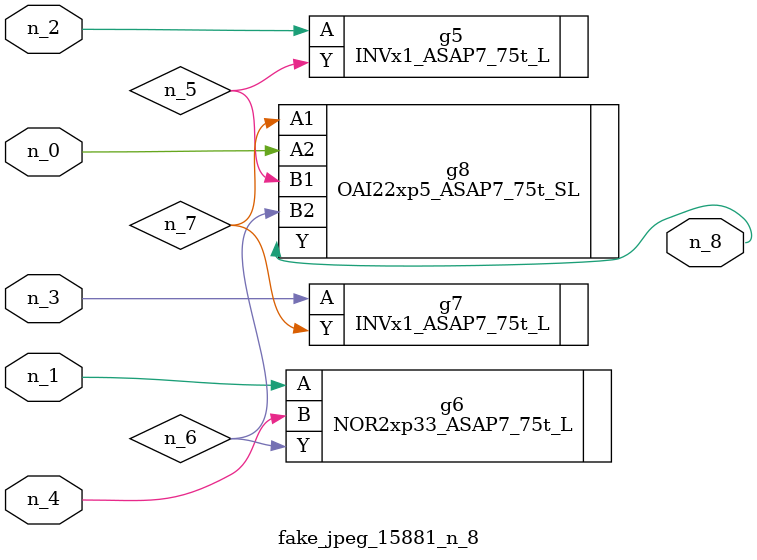
<source format=v>
module fake_jpeg_15881_n_8 (n_3, n_2, n_1, n_0, n_4, n_8);

input n_3;
input n_2;
input n_1;
input n_0;
input n_4;

output n_8;

wire n_6;
wire n_5;
wire n_7;

INVx1_ASAP7_75t_L g5 ( 
.A(n_2),
.Y(n_5)
);

NOR2xp33_ASAP7_75t_L g6 ( 
.A(n_1),
.B(n_4),
.Y(n_6)
);

INVx1_ASAP7_75t_L g7 ( 
.A(n_3),
.Y(n_7)
);

OAI22xp5_ASAP7_75t_SL g8 ( 
.A1(n_7),
.A2(n_0),
.B1(n_5),
.B2(n_6),
.Y(n_8)
);


endmodule
</source>
